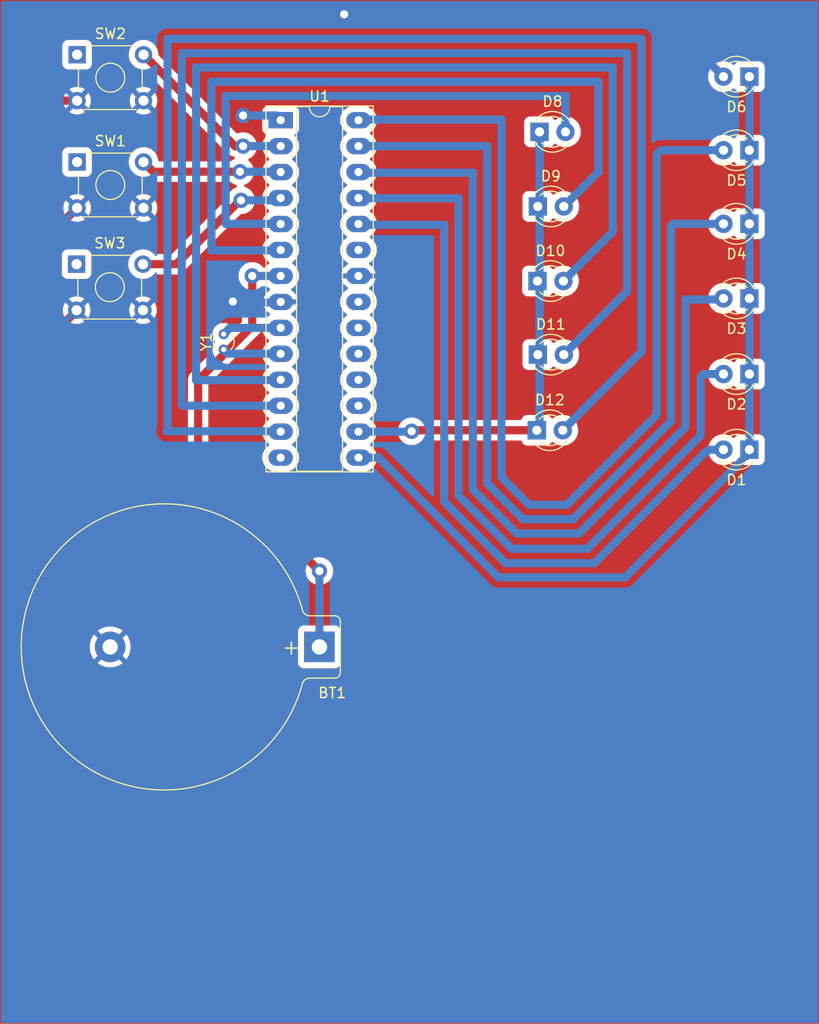
<source format=kicad_pcb>
(kicad_pcb (version 20240108) (generator "pcbnew") (generator_version "8.0")
  (layers (0 "F.Cu" signal) (31 "B.Cu" signal) (34 "B.Paste" user) (35 "F.Paste" user) (36 "B.SilkS" user "B.Silkscreen") (37 "F.SilkS" user "F.Silkscreen") (38 "B.Mask" user) (39 "F.Mask" user) (44 "Edge.Cuts" user))
  (net 0 "")
  (net 1 "Net-(D1-A)")
  (net 2 "GND")
  (net 3 "Net-(D2-A)")
  (net 4 "Net-(D3-A)")
  (net 5 "Net-(D4-A)")
  (net 6 "Net-(D5-A)")
  (net 7 "Net-(D6-A)")
  (net 8 "Net-(D1-K)")
  (net 9 "Net-(D8-A)")
  (net 10 "Net-(D9-A)")
  (net 11 "Net-(D10-A)")
  (net 12 "Net-(D11-A)")
  (net 13 "Net-(D12-A)")
  (net 14 "Net-(D10-K)")
  (net 15 "Net-(U1-PD2)")
  (net 19 "Net-(U1-XTAL1{slash}PB6)")
  (net 21 "Net-(BT1-+)")
  (net 22 "Net-(U1-PD0)")
  (net 25 "Net-(U1-PD1)")
  (net 27 "Net-(U1-XTAL2{slash}PB7)")
  (footprint "Button_Switch_THT:SW_TH_Tactile_Omron_B3F-10xx" (layer "F.Cu") (at 105.45 54.25)
    (property "Reference" "SW1" (at 3.25 -2.05 0) (layer "F.SilkS"))
    (property "Value" "SW_Push")
    (fp_line (start 0.13 3.4) (end 0.13 1.2) (stroke (width 0.12)) (layer "F.SilkS"))
    (fp_line (start 0.6 5.37) (end 5.8 5.37) (stroke (width 0.12)) (layer "F.SilkS"))
    (fp_line (start 1.2 -0.87) (end 5.6 -0.87) (stroke (width 0.12)) (layer "F.SilkS"))
    (fp_line (start 6.37 1.2) (end 6.37 3.4) (stroke (width 0.12)) (layer "F.SilkS"))
    (fp_circle (center 3.25 2.25) (end 4.25 3.25) (stroke (width 0.12)) (fill none) (layer "F.SilkS"))
    (pad "1" thru_hole rect (at 0 0) (size 1.7 1.7) (drill 1) (layers "*.Cu" "*.Mask") (net 25 "Net-(U1-PD1)"))
    (pad "1" thru_hole circle (at 6.5 0) (size 1.7 1.7) (drill 1) (layers "*.Cu" "*.Mask") (net 25 "Net-(U1-PD1)"))
    (pad "2" thru_hole circle (at 0 4.5) (size 1.7 1.7) (drill 1) (layers "*.Cu" "*.Mask") (net 2 "GND"))
    (pad "2" thru_hole circle (at 6.5 4.5) (size 1.7 1.7) (drill 1) (layers "*.Cu" "*.Mask") (net 2 "GND"))
  )
  (footprint "LED_THT:LED_D3.0mm" (layer "F.Cu") (at 171.275 75 180)
    (property "Reference" "D2" (at 1.27 -2.96 0) (layer "F.SilkS"))
    (property "Value" "LED")
    (fp_line (start -0.29 1.08) (end -0.29 1.236) (stroke (width 0.12)) (layer "F.SilkS"))
    (fp_line (start -0.29 -1.236) (end -0.29 -1.08) (stroke (width 0.12)) (layer "F.SilkS"))
    (fp_arc (start 2.942335 1.078608) (mid 1.366487 1.987659) (end -0.29 1.235516) (stroke (width 0.12)) (layer "F.SilkS"))
    (fp_arc (start 2.31113 1.079837) (mid 1.270117 1.5) (end 0.229039 1.08) (stroke (width 0.12)) (layer "F.SilkS"))
    (fp_arc (start 0.229039 -1.08) (mid 1.270117 -1.5) (end 2.31113 -1.079837) (stroke (width 0.12)) (layer "F.SilkS"))
    (fp_arc (start -0.29 -1.235516) (mid 1.366487 -1.987659) (end 2.942335 -1.078608) (stroke (width 0.12)) (layer "F.SilkS"))
    (pad "1" thru_hole rect (at 0 0 180) (size 1.8 1.8) (drill 0.9) (layers "*.Cu" "*.Mask") (net 8 "Net-(D1-K)"))
    (pad "2" thru_hole circle (at 2.54 0 180) (size 1.8 1.8) (drill 0.9) (layers "*.Cu" "*.Mask") (net 3 "Net-(D2-A)"))
  )
  (footprint "LED_THT:LED_D3.0mm" (layer "F.Cu") (at 150.725 51.3)
    (property "Reference" "D8" (at 1.27 -2.96 0) (layer "F.SilkS"))
    (property "Value" "LED")
    (fp_line (start -0.29 -1.236) (end -0.29 -1.08) (stroke (width 0.12)) (layer "F.SilkS"))
    (fp_line (start -0.29 1.08) (end -0.29 1.236) (stroke (width 0.12)) (layer "F.SilkS"))
    (fp_arc (start -0.29 -1.235516) (mid 1.366487 -1.987659) (end 2.942335 -1.078608) (stroke (width 0.12)) (layer "F.SilkS"))
    (fp_arc (start 0.229039 -1.08) (mid 1.270117 -1.5) (end 2.31113 -1.079837) (stroke (width 0.12)) (layer "F.SilkS"))
    (fp_arc (start 2.31113 1.079837) (mid 1.270117 1.5) (end 0.229039 1.08) (stroke (width 0.12)) (layer "F.SilkS"))
    (fp_arc (start 2.942335 1.078608) (mid 1.366487 1.987659) (end -0.29 1.235516) (stroke (width 0.12)) (layer "F.SilkS"))
    (pad "1" thru_hole rect (at 0 0) (size 1.8 1.8) (drill 0.9) (layers "*.Cu" "*.Mask") (net 14 "Net-(D10-K)"))
    (pad "2" thru_hole circle (at 2.54 0) (size 1.8 1.8) (drill 0.9) (layers "*.Cu" "*.Mask") (net 9 "Net-(D8-A)"))
  )
  (footprint "LED_THT:LED_D3.0mm" (layer "F.Cu") (at 171.275 53.1 180)
    (property "Reference" "D5" (at 1.27 -2.96 0) (layer "F.SilkS"))
    (property "Value" "LED")
    (fp_line (start -0.29 1.08) (end -0.29 1.236) (stroke (width 0.12)) (layer "F.SilkS"))
    (fp_line (start -0.29 -1.236) (end -0.29 -1.08) (stroke (width 0.12)) (layer "F.SilkS"))
    (fp_arc (start 2.942335 1.078608) (mid 1.366487 1.987659) (end -0.29 1.235516) (stroke (width 0.12)) (layer "F.SilkS"))
    (fp_arc (start 2.31113 1.079837) (mid 1.270117 1.5) (end 0.229039 1.08) (stroke (width 0.12)) (layer "F.SilkS"))
    (fp_arc (start 0.229039 -1.08) (mid 1.270117 -1.5) (end 2.31113 -1.079837) (stroke (width 0.12)) (layer "F.SilkS"))
    (fp_arc (start -0.29 -1.235516) (mid 1.366487 -1.987659) (end 2.942335 -1.078608) (stroke (width 0.12)) (layer "F.SilkS"))
    (pad "1" thru_hole rect (at 0 0 180) (size 1.8 1.8) (drill 0.9) (layers "*.Cu" "*.Mask") (net 8 "Net-(D1-K)"))
    (pad "2" thru_hole circle (at 2.54 0 180) (size 1.8 1.8) (drill 0.9) (layers "*.Cu" "*.Mask") (net 6 "Net-(D5-A)"))
  )
  (footprint "LED_THT:LED_D3.0mm" (layer "F.Cu") (at 171.275 67.6 180)
    (property "Reference" "D3" (at 1.27 -2.96 0) (layer "F.SilkS"))
    (property "Value" "LED")
    (fp_line (start -0.29 1.08) (end -0.29 1.236) (stroke (width 0.12)) (layer "F.SilkS"))
    (fp_line (start -0.29 -1.236) (end -0.29 -1.08) (stroke (width 0.12)) (layer "F.SilkS"))
    (fp_arc (start 2.942335 1.078608) (mid 1.366487 1.987659) (end -0.29 1.235516) (stroke (width 0.12)) (layer "F.SilkS"))
    (fp_arc (start 2.31113 1.079837) (mid 1.270117 1.5) (end 0.229039 1.08) (stroke (width 0.12)) (layer "F.SilkS"))
    (fp_arc (start 0.229039 -1.08) (mid 1.270117 -1.5) (end 2.31113 -1.079837) (stroke (width 0.12)) (layer "F.SilkS"))
    (fp_arc (start -0.29 -1.235516) (mid 1.366487 -1.987659) (end 2.942335 -1.078608) (stroke (width 0.12)) (layer "F.SilkS"))
    (pad "1" thru_hole rect (at 0 0 180) (size 1.8 1.8) (drill 0.9) (layers "*.Cu" "*.Mask") (net 8 "Net-(D1-K)"))
    (pad "2" thru_hole circle (at 2.54 0 180) (size 1.8 1.8) (drill 0.9) (layers "*.Cu" "*.Mask") (net 4 "Net-(D3-A)"))
  )
  (footprint "Package_DIP:CERDIP-28_W7.62mm_SideBrazed_LongPads_Socket" (layer "F.Cu") (at 125.38 50.16)
    (property "Reference" "U1" (at 3.81 -2.33 0) (layer "F.SilkS"))
    (property "Value" "ATmega48-20P")
    (fp_line (start -1.44 -1.39) (end -1.44 34.41) (stroke (width 0.12)) (layer "F.SilkS"))
    (fp_line (start -1.44 34.41) (end 9.06 34.41) (stroke (width 0.12)) (layer "F.SilkS"))
    (fp_line (start 1.56 -1.33) (end 1.56 34.35) (stroke (width 0.12)) (layer "F.SilkS"))
    (fp_line (start 1.56 34.35) (end 6.06 34.35) (stroke (width 0.12)) (layer "F.SilkS"))
    (fp_line (start 2.81 -1.33) (end 1.56 -1.33) (stroke (width 0.12)) (layer "F.SilkS"))
    (fp_line (start 6.06 -1.33) (end 4.81 -1.33) (stroke (width 0.12)) (layer "F.SilkS"))
    (fp_line (start 6.06 34.35) (end 6.06 -1.33) (stroke (width 0.12)) (layer "F.SilkS"))
    (fp_line (start 9.06 -1.39) (end -1.44 -1.39) (stroke (width 0.12)) (layer "F.SilkS"))
    (fp_line (start 9.06 34.41) (end 9.06 -1.39) (stroke (width 0.12)) (layer "F.SilkS"))
    (fp_arc (start 4.81 -1.33) (mid 3.81 -0.33) (end 2.81 -1.33) (stroke (width 0.12)) (layer "F.SilkS"))
    (pad "1" thru_hole rect (at 0 0) (size 2.4 1.6) (drill 0.8) (layers "*.Cu" "*.Mask") (net 7 "Net-(D6-A)"))
    (pad "2" thru_hole oval (at 0 2.54) (size 2.4 1.6) (drill 0.8) (layers "*.Cu" "*.Mask") (net 22 "Net-(U1-PD0)"))
    (pad "3" thru_hole oval (at 0 5.08) (size 2.4 1.6) (drill 0.8) (layers "*.Cu" "*.Mask") (net 25 "Net-(U1-PD1)"))
    (pad "4" thru_hole oval (at 0 7.62) (size 2.4 1.6) (drill 0.8) (layers "*.Cu" "*.Mask") (net 15 "Net-(U1-PD2)"))
    (pad "5" thru_hole oval (at 0 10.16) (size 2.4 1.6) (drill 0.8) (layers "*.Cu" "*.Mask") (net 9 "Net-(D8-A)"))
    (pad "6" thru_hole oval (at 0 12.7) (size 2.4 1.6) (drill 0.8) (layers "*.Cu" "*.Mask") (net 10 "Net-(D9-A)"))
    (pad "7" thru_hole oval (at 0 15.24) (size 2.4 1.6) (drill 0.8) (layers "*.Cu" "*.Mask") (net 21 "Net-(BT1-+)"))
    (pad "8" thru_hole oval (at 0 17.78) (size 2.4 1.6) (drill 0.8) (layers "*.Cu" "*.Mask") (net 2 "GND"))
    (pad "9" thru_hole oval (at 0 20.32) (size 2.4 1.6) (drill 0.8) (layers "*.Cu" "*.Mask") (net 19 "Net-(U1-XTAL1{slash}PB6)"))
    (pad "10" thru_hole oval (at 0 22.86) (size 2.4 1.6) (drill 0.8) (layers "*.Cu" "*.Mask") (net 27 "Net-(U1-XTAL2{slash}PB7)"))
    (pad "11" thru_hole oval (at 0 25.4) (size 2.4 1.6) (drill 0.8) (layers "*.Cu" "*.Mask") (net 11 "Net-(D10-A)"))
    (pad "12" thru_hole oval (at 0 27.94) (size 2.4 1.6) (drill 0.8) (layers "*.Cu" "*.Mask") (net 12 "Net-(D11-A)"))
    (pad "13" thru_hole oval (at 0 30.48) (size 2.4 1.6) (drill 0.8) (layers "*.Cu" "*.Mask") (net 13 "Net-(D12-A)"))
    (pad "14" thru_hole oval (at 0 33.02) (size 2.4 1.6) (drill 0.8) (layers "*.Cu" "*.Mask"))
    (pad "15" thru_hole oval (at 7.62 33.02) (size 2.4 1.6) (drill 0.8) (layers "*.Cu" "*.Mask") (net 8 "Net-(D1-K)"))
    (pad "16" thru_hole oval (at 7.62 30.48) (size 2.4 1.6) (drill 0.8) (layers "*.Cu" "*.Mask") (net 14 "Net-(D10-K)"))
    (pad "17" thru_hole oval (at 7.62 27.94) (size 2.4 1.6) (drill 0.8) (layers "*.Cu" "*.Mask"))
    (pad "18" thru_hole oval (at 7.62 25.4) (size 2.4 1.6) (drill 0.8) (layers "*.Cu" "*.Mask"))
    (pad "19" thru_hole oval (at 7.62 22.86) (size 2.4 1.6) (drill 0.8) (layers "*.Cu" "*.Mask"))
    (pad "20" thru_hole oval (at 7.62 20.32) (size 2.4 1.6) (drill 0.8) (layers "*.Cu" "*.Mask"))
    (pad "21" thru_hole oval (at 7.62 17.78) (size 2.4 1.6) (drill 0.8) (layers "*.Cu" "*.Mask"))
    (pad "22" thru_hole oval (at 7.62 15.24) (size 2.4 1.6) (drill 0.8) (layers "*.Cu" "*.Mask") (net 2 "GND"))
    (pad "23" thru_hole oval (at 7.62 12.7) (size 2.4 1.6) (drill 0.8) (layers "*.Cu" "*.Mask"))
    (pad "24" thru_hole oval (at 7.62 10.16) (size 2.4 1.6) (drill 0.8) (layers "*.Cu" "*.Mask") (net 1 "Net-(D1-A)"))
    (pad "25" thru_hole oval (at 7.62 7.62) (size 2.4 1.6) (drill 0.8) (layers "*.Cu" "*.Mask") (net 3 "Net-(D2-A)"))
    (pad "26" thru_hole oval (at 7.62 5.08) (size 2.4 1.6) (drill 0.8) (layers "*.Cu" "*.Mask") (net 4 "Net-(D3-A)"))
    (pad "27" thru_hole oval (at 7.62 2.54) (size 2.4 1.6) (drill 0.8) (layers "*.Cu" "*.Mask") (net 5 "Net-(D4-A)"))
    (pad "28" thru_hole oval (at 7.62 0) (size 2.4 1.6) (drill 0.8) (layers "*.Cu" "*.Mask") (net 6 "Net-(D5-A)"))
  )
  (footprint "LED_THT:LED_D3.0mm" (layer "F.Cu") (at 150.56 58.6)
    (property "Reference" "D9" (at 1.27 -2.96 0) (layer "F.SilkS"))
    (property "Value" "LED")
    (fp_line (start -0.29 -1.236) (end -0.29 -1.08) (stroke (width 0.12)) (layer "F.SilkS"))
    (fp_line (start -0.29 1.08) (end -0.29 1.236) (stroke (width 0.12)) (layer "F.SilkS"))
    (fp_arc (start -0.29 -1.235516) (mid 1.366487 -1.987659) (end 2.942335 -1.078608) (stroke (width 0.12)) (layer "F.SilkS"))
    (fp_arc (start 0.229039 -1.08) (mid 1.270117 -1.5) (end 2.31113 -1.079837) (stroke (width 0.12)) (layer "F.SilkS"))
    (fp_arc (start 2.31113 1.079837) (mid 1.270117 1.5) (end 0.229039 1.08) (stroke (width 0.12)) (layer "F.SilkS"))
    (fp_arc (start 2.942335 1.078608) (mid 1.366487 1.987659) (end -0.29 1.235516) (stroke (width 0.12)) (layer "F.SilkS"))
    (pad "1" thru_hole rect (at 0 0) (size 1.8 1.8) (drill 0.9) (layers "*.Cu" "*.Mask") (net 14 "Net-(D10-K)"))
    (pad "2" thru_hole circle (at 2.54 0) (size 1.8 1.8) (drill 0.9) (layers "*.Cu" "*.Mask") (net 10 "Net-(D9-A)"))
  )
  (footprint "LED_THT:LED_D3.0mm" (layer "F.Cu") (at 150.525 65.9)
    (property "Reference" "D10" (at 1.27 -2.96 0) (layer "F.SilkS"))
    (property "Value" "LED")
    (fp_line (start -0.29 -1.236) (end -0.29 -1.08) (stroke (width 0.12)) (layer "F.SilkS"))
    (fp_line (start -0.29 1.08) (end -0.29 1.236) (stroke (width 0.12)) (layer "F.SilkS"))
    (fp_arc (start -0.29 -1.235516) (mid 1.366487 -1.987659) (end 2.942335 -1.078608) (stroke (width 0.12)) (layer "F.SilkS"))
    (fp_arc (start 0.229039 -1.08) (mid 1.270117 -1.5) (end 2.31113 -1.079837) (stroke (width 0.12)) (layer "F.SilkS"))
    (fp_arc (start 2.31113 1.079837) (mid 1.270117 1.5) (end 0.229039 1.08) (stroke (width 0.12)) (layer "F.SilkS"))
    (fp_arc (start 2.942335 1.078608) (mid 1.366487 1.987659) (end -0.29 1.235516) (stroke (width 0.12)) (layer "F.SilkS"))
    (pad "1" thru_hole rect (at 0 0) (size 1.8 1.8) (drill 0.9) (layers "*.Cu" "*.Mask") (net 14 "Net-(D10-K)"))
    (pad "2" thru_hole circle (at 2.54 0) (size 1.8 1.8) (drill 0.9) (layers "*.Cu" "*.Mask") (net 11 "Net-(D10-A)"))
  )
  (footprint "LED_THT:LED_D3.0mm" (layer "F.Cu") (at 171.275 60.3 180)
    (property "Reference" "D4" (at 1.27 -2.96 0) (layer "F.SilkS"))
    (property "Value" "LED")
    (fp_line (start -0.29 1.08) (end -0.29 1.236) (stroke (width 0.12)) (layer "F.SilkS"))
    (fp_line (start -0.29 -1.236) (end -0.29 -1.08) (stroke (width 0.12)) (layer "F.SilkS"))
    (fp_arc (start 2.942335 1.078608) (mid 1.366487 1.987659) (end -0.29 1.235516) (stroke (width 0.12)) (layer "F.SilkS"))
    (fp_arc (start 2.31113 1.079837) (mid 1.270117 1.5) (end 0.229039 1.08) (stroke (width 0.12)) (layer "F.SilkS"))
    (fp_arc (start 0.229039 -1.08) (mid 1.270117 -1.5) (end 2.31113 -1.079837) (stroke (width 0.12)) (layer "F.SilkS"))
    (fp_arc (start -0.29 -1.235516) (mid 1.366487 -1.987659) (end 2.942335 -1.078608) (stroke (width 0.12)) (layer "F.SilkS"))
    (pad "1" thru_hole rect (at 0 0 180) (size 1.8 1.8) (drill 0.9) (layers "*.Cu" "*.Mask") (net 8 "Net-(D1-K)"))
    (pad "2" thru_hole circle (at 2.54 0 180) (size 1.8 1.8) (drill 0.9) (layers "*.Cu" "*.Mask") (net 5 "Net-(D4-A)"))
  )
  (footprint "Button_Switch_THT:SW_TH_Tactile_Omron_B3F-10xx" (layer "F.Cu") (at 105.4 64.25)
    (property "Reference" "SW3" (at 3.25 -2.05 0) (layer "F.SilkS"))
    (property "Value" "SW_Push")
    (fp_line (start 0.13 3.4) (end 0.13 1.2) (stroke (width 0.12)) (layer "F.SilkS"))
    (fp_line (start 0.6 5.37) (end 5.8 5.37) (stroke (width 0.12)) (layer "F.SilkS"))
    (fp_line (start 1.2 -0.87) (end 5.6 -0.87) (stroke (width 0.12)) (layer "F.SilkS"))
    (fp_line (start 6.37 1.2) (end 6.37 3.4) (stroke (width 0.12)) (layer "F.SilkS"))
    (fp_circle (center 3.25 2.25) (end 4.25 3.25) (stroke (width 0.12)) (fill none) (layer "F.SilkS"))
    (pad "1" thru_hole rect (at 0 0) (size 1.7 1.7) (drill 1) (layers "*.Cu" "*.Mask") (net 15 "Net-(U1-PD2)"))
    (pad "1" thru_hole circle (at 6.5 0) (size 1.7 1.7) (drill 1) (layers "*.Cu" "*.Mask") (net 15 "Net-(U1-PD2)"))
    (pad "2" thru_hole circle (at 0 4.5) (size 1.7 1.7) (drill 1) (layers "*.Cu" "*.Mask") (net 2 "GND"))
    (pad "2" thru_hole circle (at 6.5 4.5) (size 1.7 1.7) (drill 1) (layers "*.Cu" "*.Mask") (net 2 "GND"))
  )
  (footprint "LED_THT:LED_D3.0mm" (layer "F.Cu") (at 150.56 73.1)
    (property "Reference" "D11" (at 1.27 -2.96 0) (layer "F.SilkS"))
    (property "Value" "LED")
    (fp_line (start -0.29 -1.236) (end -0.29 -1.08) (stroke (width 0.12)) (layer "F.SilkS"))
    (fp_line (start -0.29 1.08) (end -0.29 1.236) (stroke (width 0.12)) (layer "F.SilkS"))
    (fp_arc (start -0.29 -1.235516) (mid 1.366487 -1.987659) (end 2.942335 -1.078608) (stroke (width 0.12)) (layer "F.SilkS"))
    (fp_arc (start 0.229039 -1.08) (mid 1.270117 -1.5) (end 2.31113 -1.079837) (stroke (width 0.12)) (layer "F.SilkS"))
    (fp_arc (start 2.31113 1.079837) (mid 1.270117 1.5) (end 0.229039 1.08) (stroke (width 0.12)) (layer "F.SilkS"))
    (fp_arc (start 2.942335 1.078608) (mid 1.366487 1.987659) (end -0.29 1.235516) (stroke (width 0.12)) (layer "F.SilkS"))
    (pad "1" thru_hole rect (at 0 0) (size 1.8 1.8) (drill 0.9) (layers "*.Cu" "*.Mask") (net 14 "Net-(D10-K)"))
    (pad "2" thru_hole circle (at 2.54 0) (size 1.8 1.8) (drill 0.9) (layers "*.Cu" "*.Mask") (net 12 "Net-(D11-A)"))
  )
  (footprint "LED_THT:LED_D3.0mm" (layer "F.Cu") (at 171.275 45.9 180)
    (property "Reference" "D6" (at 1.27 -2.96 0) (layer "F.SilkS"))
    (property "Value" "LED")
    (fp_line (start -0.29 1.08) (end -0.29 1.236) (stroke (width 0.12)) (layer "F.SilkS"))
    (fp_line (start -0.29 -1.236) (end -0.29 -1.08) (stroke (width 0.12)) (layer "F.SilkS"))
    (fp_arc (start 2.942335 1.078608) (mid 1.366487 1.987659) (end -0.29 1.235516) (stroke (width 0.12)) (layer "F.SilkS"))
    (fp_arc (start 2.31113 1.079837) (mid 1.270117 1.5) (end 0.229039 1.08) (stroke (width 0.12)) (layer "F.SilkS"))
    (fp_arc (start 0.229039 -1.08) (mid 1.270117 -1.5) (end 2.31113 -1.079837) (stroke (width 0.12)) (layer "F.SilkS"))
    (fp_arc (start -0.29 -1.235516) (mid 1.366487 -1.987659) (end 2.942335 -1.078608) (stroke (width 0.12)) (layer "F.SilkS"))
    (pad "1" thru_hole rect (at 0 0 180) (size 1.8 1.8) (drill 0.9) (layers "*.Cu" "*.Mask") (net 8 "Net-(D1-K)"))
    (pad "2" thru_hole circle (at 2.54 0 180) (size 1.8 1.8) (drill 0.9) (layers "*.Cu" "*.Mask") (net 7 "Net-(D6-A)"))
  )
  (footprint "Battery:BatteryHolder_Keystone_106_1x20mm" (layer "F.Cu") (at 129.175001 101.700001 180)
    (property "Reference" "BT1" (at -1.25 -4.5 0) (layer "F.SilkS"))
    (property "Value" "Battery_Cell")
    (fp_line (start 0.95 -3.05) (end -1.5 -3.05) (stroke (width 0.12)) (layer "F.SilkS"))
    (fp_line (start -1.5 3.05) (end 0.95 3.05) (stroke (width 0.12)) (layer "F.SilkS"))
    (fp_line (start -2.05 -2.5) (end -2.05 2.5) (stroke (width 0.12)) (layer "F.SilkS"))
    (fp_arc (start 29.2 0) (mid 16.974433 13.886954) (end 1.65 3.52) (stroke (width 0.12)) (layer "F.SilkS"))
    (fp_arc (start 1.65 -3.52) (mid 16.974433 -13.886953) (end 29.2 0) (stroke (width 0.12)) (layer "F.SilkS"))
    (fp_arc (start 1.65 -3.52) (mid 1.371574 -3.178401) (end 0.95 -3.05) (stroke (width 0.12)) (layer "F.SilkS"))
    (fp_arc (start 0.95 3.05) (mid 1.371573 3.1784) (end 1.65 3.52) (stroke (width 0.12)) (layer "F.SilkS"))
    (fp_arc (start -1.5 3.05) (mid -1.888909 2.888909) (end -2.05 2.5) (stroke (width 0.12)) (layer "F.SilkS"))
    (fp_arc (start -2.05 -2.5) (mid -1.888909 -2.888909) (end -1.5 -3.05) (stroke (width 0.12)) (layer "F.SilkS"))
    (fp_text user "+" (at 2.75 0 0) (layer "F.SilkS") (effects (font (size 1.5 1.5))))
    (pad "1" thru_hole rect (at 0 0 180) (size 3 3) (drill 1.5) (layers "*.Cu" "*.Mask") (net 21 "Net-(BT1-+)"))
    (pad "2" thru_hole circle (at 20.49 0 180) (size 3 3) (drill 1.5) (layers "*.Cu" "*.Mask") (net 2 "GND"))
  )
  (footprint "LED_THT:LED_D3.0mm" (layer "F.Cu") (at 171.275 82.4 180)
    (property "Reference" "D1" (at 1.27 -2.96 0) (layer "F.SilkS"))
    (property "Value" "LED")
    (fp_line (start -0.29 1.08) (end -0.29 1.236) (stroke (width 0.12)) (layer "F.SilkS"))
    (fp_line (start -0.29 -1.236) (end -0.29 -1.08) (stroke (width 0.12)) (layer "F.SilkS"))
    (fp_arc (start 2.942335 1.078608) (mid 1.366487 1.987659) (end -0.29 1.235516) (stroke (width 0.12)) (layer "F.SilkS"))
    (fp_arc (start 2.31113 1.079837) (mid 1.270117 1.5) (end 0.229039 1.08) (stroke (width 0.12)) (layer "F.SilkS"))
    (fp_arc (start 0.229039 -1.08) (mid 1.270117 -1.5) (end 2.31113 -1.079837) (stroke (width 0.12)) (layer "F.SilkS"))
    (fp_arc (start -0.29 -1.235516) (mid 1.366487 -1.987659) (end 2.942335 -1.078608) (stroke (width 0.12)) (layer "F.SilkS"))
    (pad "1" thru_hole rect (at 0 0 180) (size 1.8 1.8) (drill 0.9) (layers "*.Cu" "*.Mask") (net 8 "Net-(D1-K)"))
    (pad "2" thru_hole circle (at 2.54 0 180) (size 1.8 1.8) (drill 0.9) (layers "*.Cu" "*.Mask") (net 1 "Net-(D1-A)"))
  )
  (footprint "LED_THT:LED_D3.0mm" (layer "F.Cu") (at 150.46 80.5)
    (property "Reference" "D12" (at 1.27 -2.96 0) (layer "F.SilkS"))
    (property "Value" "LED")
    (fp_line (start -0.29 -1.236) (end -0.29 -1.08) (stroke (width 0.12)) (layer "F.SilkS"))
    (fp_line (start -0.29 1.08) (end -0.29 1.236) (stroke (width 0.12)) (layer "F.SilkS"))
    (fp_arc (start -0.29 -1.235516) (mid 1.366487 -1.987659) (end 2.942335 -1.078608) (stroke (width 0.12)) (layer "F.SilkS"))
    (fp_arc (start 0.229039 -1.08) (mid 1.270117 -1.5) (end 2.31113 -1.079837) (stroke (width 0.12)) (layer "F.SilkS"))
    (fp_arc (start 2.31113 1.079837) (mid 1.270117 1.5) (end 0.229039 1.08) (stroke (width 0.12)) (layer "F.SilkS"))
    (fp_arc (start 2.942335 1.078608) (mid 1.366487 1.987659) (end -0.29 1.235516) (stroke (width 0.12)) (layer "F.SilkS"))
    (pad "1" thru_hole rect (at 0 0) (size 1.8 1.8) (drill 0.9) (layers "*.Cu" "*.Mask") (net 14 "Net-(D10-K)"))
    (pad "2" thru_hole circle (at 2.54 0) (size 1.8 1.8) (drill 0.9) (layers "*.Cu" "*.Mask") (net 13 "Net-(D12-A)"))
  )
  (footprint "Button_Switch_THT:SW_TH_Tactile_Omron_B3F-10xx" (layer "F.Cu") (at 105.45 43.75)
    (property "Reference" "SW2" (at 3.25 -2.05 0) (layer "F.SilkS"))
    (property "Value" "SW_Push")
    (fp_line (start 0.13 3.4) (end 0.13 1.2) (stroke (width 0.12)) (layer "F.SilkS"))
    (fp_line (start 0.6 5.37) (end 5.8 5.37) (stroke (width 0.12)) (layer "F.SilkS"))
    (fp_line (start 1.2 -0.87) (end 5.6 -0.87) (stroke (width 0.12)) (layer "F.SilkS"))
    (fp_line (start 6.37 1.2) (end 6.37 3.4) (stroke (width 0.12)) (layer "F.SilkS"))
    (fp_circle (center 3.25 2.25) (end 4.25 3.25) (stroke (width 0.12)) (fill none) (layer "F.SilkS"))
    (pad "1" thru_hole rect (at 0 0) (size 1.7 1.7) (drill 1) (layers "*.Cu" "*.Mask") (net 22 "Net-(U1-PD0)"))
    (pad "1" thru_hole circle (at 6.5 0) (size 1.7 1.7) (drill 1) (layers "*.Cu" "*.Mask") (net 22 "Net-(U1-PD0)"))
    (pad "2" thru_hole circle (at 0 4.5) (size 1.7 1.7) (drill 1) (layers "*.Cu" "*.Mask") (net 2 "GND"))
    (pad "2" thru_hole circle (at 6.5 4.5) (size 1.7 1.7) (drill 1) (layers "*.Cu" "*.Mask") (net 2 "GND"))
  )
  (footprint "Crystal:Crystal_DS10_D1.0mm_L4.3mm_Vertical" (layer "F.Cu") (at 119.8 72.6 90)
    (property "Reference" "Y1" (at 0.75 -1.7 90) (layer "F.SilkS"))
    (property "Value" "Crystal")
    (fp_arc (start 0 -0.7) (mid 0.749553 -1.025914) (end 1.49939 -0.700653) (stroke (width 0.12)) (layer "F.SilkS"))
    (fp_arc (start 1.49939 0.700653) (mid 0.749553 1.025914) (end 0 0.7) (stroke (width 0.12)) (layer "F.SilkS"))
    (pad "1" thru_hole circle (at 0 0 90) (size 1 1) (drill 0.5) (layers "*.Cu" "*.Mask") (net 27 "Net-(U1-XTAL2{slash}PB7)"))
    (pad "2" thru_hole circle (at 1.5 0 90) (size 1 1) (drill 0.5) (layers "*.Cu" "*.Mask") (net 19 "Net-(U1-XTAL1{slash}PB6)"))
  )
  (gr_rect (start 98 38.5) (end 178 138.5) (stroke (width 0.2)) (fill none) (layer "F.Cu"))
  (segment (start 168.1 101.95) (end 168.2 101.95) (width 0.8) (layer "F.Cu") (net 0))
  (segment (start 161.6 102.75) (end 161.6 105.05) (width 0.8) (layer "F.Cu") (net 0))
  (segment (start 153.4 104.65) (end 153.5 104.75) (width 0.8) (layer "F.Cu") (net 0))
  (segment (start 170.8 102.95) (end 170.7 103.05) (width 0.8) (layer "F.Cu") (net 0))
  (segment (start 157.6 107.4) (end 156.9 108.1) (width 0.8) (layer "F.Cu") (net 0))
  (segment (start 165.7 108.6) (end 165.7 107.1) (width 0.8) (layer "F.Cu") (net 0))
  (segment (start 159.8 104.85) (end 159.8 100.95) (width 0.8) (layer "F.Cu") (net 0))
  (segment (start 168.2 103.65) (end 167.5 103.65) (width 0.8) (layer "F.Cu") (net 0))
  (segment (start 172 101.65) (end 172 102.95) (width 0.8) (layer "F.Cu") (net 0))
  (segment (start 173.2 101.05) (end 173.2 104.85) (width 0.8) (layer "F.Cu") (net 0))
  (segment (start 171.5 101.15) (end 172 101.65) (width 0.8) (layer "F.Cu") (net 0))
  (segment (start 166.5 101.95) (end 167.3 101.15) (width 0.8) (layer "F.Cu") (net 0))
  (segment (start 150.4 101.15) (end 150.4 104.95) (width 0.8) (layer "F.Cu") (net 0))
  (segment (start 168.2 103.65) (end 168.2 105.05) (width 0.8) (layer "F.Cu") (net 0))
  (segment (start 158.5 104.65) (end 158.5 100.95) (width 0.8) (layer "F.Cu") (net 0))
  (segment (start 157.2 110.9) (end 158.2 110.9) (width 0.8) (layer "F.Cu") (net 0))
  (segment (start 159 108.3) (end 158.1 107.4) (width 0.8) (layer "F.Cu") (net 0))
  (segment (start 168.2 101.95) (end 168.2 103.65) (width 0.8) (layer "F.Cu") (net 0))
  (segment (start 160.25 110.5) (end 162.55 110.5) (width 0.8) (layer "F.Cu") (net 0))
  (segment (start 161.6 105.05) (end 161.6 101.05) (width 0.8) (layer "F.Cu") (net 0))
  (segment (start 163.3 104.95) (end 163.1 104.75) (width 0.8) (layer "F.Cu") (net 0))
  (segment (start 158.2 110.9) (end 159 110.1) (width 0.8) (layer "F.Cu") (net 0))
  (segment (start 162.45 107.5) (end 162.45 108.3) (width 0.8) (layer "F.Cu") (net 0))
  (segment (start 152.5 101.15) (end 150.4 101.15) (width 0.8) (layer "F.Cu") (net 0))
  (segment (start 167.3 101.15) (end 168.1 101.95) (width 0.8) (layer "F.Cu") (net 0))
  (segment (start 173.2 104.85) (end 173.1 104.95) (width 0.8) (layer "F.Cu") (net 0))
  (segment (start 162.45 108.3) (end 160.25 110.5) (width 0.8) (layer "F.Cu") (net 0))
  (segment (start 158.4 100.85) (end 156.7 100.85) (width 0.8) (layer "F.Cu") (net 0))
  (segment (start 153.5 104.55) (end 153.4 104.65) (width 0.8) (layer "F.Cu") (net 0))
  (segment (start 153.5 104.75) (end 155.3 104.75) (width 0.8) (layer "F.Cu") (net 0))
  (segment (start 155.5 108.5) (end 153.3 110.7) (width 0.8) (layer "F.Cu") (net 0))
  (segment (start 158.1 107.4) (end 157.6 107.4) (width 0.8) (layer "F.Cu") (net 0))
  (segment (start 159 109.8) (end 159 108.3) (width 0.8) (layer "F.Cu") (net 0))
  (segment (start 156.9 108.1) (end 156.9 110.6) (width 0.8) (layer "F.Cu") (net 0))
  (segment (start 150.4 101.15) (end 148.1 101.15) (width 0.8) (layer "F.Cu") (net 0))
  (segment (start 163.1 101.05) (end 165.2 101.05) (width 0.8) (layer "F.Cu") (net 0))
  (segment (start 162.05 107.1) (end 162.45 107.5) (width 0.8) (layer "F.Cu") (net 0))
  (segment (start 159.8 100.95) (end 161.6 102.75) (width 0.8) (layer "F.Cu") (net 0))
  (segment (start 164 107.1) (end 164 108.4) (width 0.8) (layer "F.Cu") (net 0))
  (segment (start 160.25 107.1) (end 162.05 107.1) (width 0.8) (layer "F.Cu") (net 0))
  (segment (start 155.5 107.7) (end 155.5 108.5) (width 0.8) (layer "F.Cu") (net 0))
  (segment (start 155.1 107.3) (end 155.5 107.7) (width 0.8) (layer "F.Cu") (net 0))
  (segment (start 172 102.95) (end 170.8 102.95) (width 0.8) (layer "F.Cu") (net 0))
  (segment (start 164 108.4) (end 165.5 108.4) (width 0.8) (layer "F.Cu") (net 0))
  (segment (start 163.1 104.75) (end 163.1 101.05) (width 0.8) (layer "F.Cu") (net 0))
  (segment (start 169.7 101.15) (end 171.5 101.15) (width 0.8) (layer "F.Cu") (net 0))
  (segment (start 169.7 104.95) (end 169.7 101.15) (width 0.8) (layer "F.Cu") (net 0))
  (segment (start 153.3 107.3) (end 155.1 107.3) (width 0.8) (layer "F.Cu") (net 0))
  (segment (start 156.7 100.85) (end 156.7 104.65) (width 0.8) (layer "F.Cu") (net 0))
  (segment (start 166.5 105.15) (end 166.5 101.95) (width 0.8) (layer "F.Cu") (net 0))
  (segment (start 165.7 107.1) (end 165.7 110.6) (width 0.8) (layer "F.Cu") (net 0))
  (segment (start 156.9 110.6) (end 157.2 110.9) (width 0.8) (layer "F.Cu") (net 0))
  (segment (start 165.3 104.95) (end 163.3 104.95) (width 0.8) (layer "F.Cu") (net 0))
  (segment (start 165.5 108.4) (end 165.7 108.6) (width 0.8) (layer "F.Cu") (net 0))
  (segment (start 156.7 104.65) (end 158.5 104.65) (width 0.8) (layer "F.Cu") (net 0))
  (segment (start 153.3 110.7) (end 155.6 110.7) (width 0.8) (layer "F.Cu") (net 0))
  (segment (start 153.5 100.95) (end 153.5 104.55) (width 0.8) (layer "F.Cu") (net 0))
  (segment (start 172.2 104.55) (end 172.2 105.05) (width 0.8) (layer "F.Cu") (net 0))
  (segment (start 170.7 103.05) (end 172.2 104.55) (width 0.8) (layer "F.Cu") (net 0))
  (segment (start 147.4 93.5) (end 141.4 87.5) (width 0.8) (layer "B.Cu") (net 1))
  (segment (start 133.08 60.4) (end 133 60.32) (width 0.8) (layer "B.Cu") (net 1))
  (segment (start 168.735 82.4) (end 167.3 82.4) (width 0.8) (layer "B.Cu") (net 1))
  (segment (start 141.4 60.4) (end 133.08 60.4) (width 0.8) (layer "B.Cu") (net 1))
  (segment (start 167.1 82.6) (end 167 82.6) (width 0.8) (layer "B.Cu") (net 1))
  (segment (start 167.3 82.4) (end 167.1 82.6) (width 0.8) (layer "B.Cu") (net 1))
  (segment (start 167 82.6) (end 156.1 93.5) (width 0.8) (layer "B.Cu") (net 1))
  (segment (start 141.4 87.5) (end 141.4 60.4) (width 0.8) (layer "B.Cu") (net 1))
  (segment (start 156.1 93.5) (end 147.4 93.5) (width 0.8) (layer "B.Cu") (net 1))
  (segment (start 101.95 48.25) (end 101.9 48.3) (width 0.8) (layer "F.Cu") (net 2))
  (segment (start 117.1 71.5) (end 120.7 67.9) (width 0.8) (layer "F.Cu") (net 2))
  (segment (start 112.4 71.5) (end 117.1 71.5) (width 0.8) (layer "F.Cu") (net 2))
  (segment (start 101.9 48.3) (end 101.9 62.1) (width 0.8) (layer "F.Cu") (net 2))
  (segment (start 101.9 62.1) (end 101.9 70.7) (width 0.8) (layer "F.Cu") (net 2))
  (segment (start 105.45 48.25) (end 101.95 48.25) (width 0.8) (layer "F.Cu") (net 2))
  (segment (start 105.45 58.75) (end 102.1 62.1) (width 0.8) (layer "F.Cu") (net 2))
  (segment (start 105.4 68.8) (end 102.7 71.5) (width 0.8) (layer "F.Cu") (net 2))
  (segment (start 102.1 62.1) (end 101.9 62.1) (width 0.8) (layer "F.Cu") (net 2))
  (segment (start 102.7 71.5) (end 112.4 71.5) (width 0.8) (layer "F.Cu") (net 2))
  (segment (start 105.4 68.75) (end 105.4 68.8) (width 0.8) (layer "F.Cu") (net 2))
  (segment (start 101.9 70.7) (end 102.7 71.5) (width 0.8) (layer "F.Cu") (net 2))
  (via (at 120.7 67.9) (size 1.5) (drill 0.8) (layers "F.Cu" "B.Cu") (net 2))
  (segment (start 125.32 68) (end 125.38 67.94) (width 0.8) (layer "B.Cu") (net 2))
  (segment (start 120.7 68) (end 125.32 68) (width 0.8) (layer "B.Cu") (net 2))
  (segment (start 166.5 81) (end 155.4 92.1) (width 0.8) (layer "B.Cu") (net 3))
  (segment (start 148 92.1) (end 142.8 86.9) (width 0.8) (layer "B.Cu") (net 3))
  (segment (start 142.8 57.8) (end 133.02 57.8) (width 0.8) (layer "B.Cu") (net 3))
  (segment (start 166.8 75) (end 166.5 75.3) (width 0.8) (layer "B.Cu") (net 3))
  (segment (start 168.735 75) (end 166.8 75) (width 0.8) (layer "B.Cu") (net 3))
  (segment (start 133.02 57.8) (end 133 57.78) (width 0.8) (layer "B.Cu") (net 3))
  (segment (start 142.8 86.9) (end 142.8 57.8) (width 0.8) (layer "B.Cu") (net 3))
  (segment (start 166.5 75.3) (end 166.5 81) (width 0.8) (layer "B.Cu") (net 3))
  (segment (start 155.4 92.1) (end 148 92.1) (width 0.8) (layer "B.Cu") (net 3))
  (segment (start 165 80.2) (end 165 67.7) (width 0.8) (layer "B.Cu") (net 4))
  (segment (start 148.5 90.6) (end 154.6 90.6) (width 0.8) (layer "B.Cu") (net 4))
  (segment (start 165 67.7) (end 168.635 67.7) (width 0.8) (layer "B.Cu") (net 4))
  (segment (start 168.635 67.7) (end 168.735 67.6) (width 0.8) (layer "B.Cu") (net 4))
  (segment (start 154.6 90.6) (end 165 80.2) (width 0.8) (layer "B.Cu") (net 4))
  (segment (start 144.2 86.3) (end 148.5 90.6) (width 0.8) (layer "B.Cu") (net 4))
  (segment (start 144.2 55.3) (end 144.2 86.3) (width 0.8) (layer "B.Cu") (net 4))
  (segment (start 133.06 55.3) (end 144.2 55.3) (width 0.8) (layer "B.Cu") (net 4))
  (segment (start 133 55.24) (end 133.06 55.3) (width 0.8) (layer "B.Cu") (net 4))
  (segment (start 168.735 60.3) (end 163.8 60.3) (width 0.8) (layer "B.Cu") (net 5))
  (segment (start 145.6 85.7) (end 145.6 52.7) (width 0.8) (layer "B.Cu") (net 5))
  (segment (start 145.6 52.7) (end 133 52.7) (width 0.8) (layer "B.Cu") (net 5))
  (segment (start 163.8 60.3) (end 163.6 60.5) (width 0.8) (layer "B.Cu") (net 5))
  (segment (start 149.1 89.2) (end 145.6 85.7) (width 0.8) (layer "B.Cu") (net 5))
  (segment (start 163.6 79.6) (end 154 89.2) (width 0.8) (layer "B.Cu") (net 5))
  (segment (start 163.6 60.5) (end 163.6 79.6) (width 0.8) (layer "B.Cu") (net 5))
  (segment (start 154 89.2) (end 149.1 89.2) (width 0.8) (layer "B.Cu") (net 5))
  (segment (start 162.2 53.5) (end 162.2 79) (width 0.8) (layer "B.Cu") (net 6))
  (segment (start 153.4 87.8) (end 149.7 87.8) (width 0.8) (layer "B.Cu") (net 6))
  (segment (start 147 85.1) (end 147 50.1) (width 0.8) (layer "B.Cu") (net 6))
  (segment (start 162.2 79) (end 153.4 87.8) (width 0.8) (layer "B.Cu") (net 6))
  (segment (start 162.6 53.1) (end 162.2 53.5) (width 0.8) (layer "B.Cu") (net 6))
  (segment (start 133.06 50.1) (end 133 50.16) (width 0.8) (layer "B.Cu") (net 6))
  (segment (start 149.7 87.8) (end 147 85.1) (width 0.8) (layer "B.Cu") (net 6))
  (segment (start 147 50.1) (end 133.06 50.1) (width 0.8) (layer "B.Cu") (net 6))
  (segment (start 168.735 53.1) (end 162.6 53.1) (width 0.8) (layer "B.Cu") (net 6))
  (segment (start 131.6 39.8) (end 129.7 39.8) (width 0.8) (layer "F.Cu") (net 7))
  (segment (start 121.7 47.8) (end 121.7 49.7) (width 0.8) (layer "F.Cu") (net 7))
  (segment (start 129.7 39.8) (end 121.7 47.8) (width 0.8) (layer "F.Cu") (net 7))
  (via (at 131.6 39.8) (size 1.5) (drill 0.8) (layers "F.Cu" "B.Cu") (net 7))
  (via (at 121.7 49.7) (size 1.5) (drill 0.8) (layers "F.Cu" "B.Cu") (net 7))
  (segment (start 124.92 49.7) (end 125.38 50.16) (width 0.8) (layer "B.Cu") (net 7))
  (segment (start 121.7 49.7) (end 124.92 49.7) (width 0.8) (layer "B.Cu") (net 7))
  (segment (start 162.635 39.8) (end 131.6 39.8) (width 0.8) (layer "B.Cu") (net 7))
  (segment (start 168.735 45.9) (end 162.635 39.8) (width 0.8) (layer "B.Cu") (net 7))
  (segment (start 171.275 82.4) (end 171.275 82.725) (width 0.8) (layer "B.Cu") (net 8))
  (segment (start 146.7 94.9) (end 134.98 83.18) (width 0.8) (layer "B.Cu") (net 8))
  (segment (start 171.275 45.9) (end 171.275 82.4) (width 0.8) (layer "B.Cu") (net 8))
  (segment (start 159.1 94.9) (end 146.7 94.9) (width 0.8) (layer "B.Cu") (net 8))
  (segment (start 171.275 82.725) (end 159.1 94.9) (width 0.8) (layer "B.Cu") (net 8))
  (segment (start 134.98 83.18) (end 133 83.18) (width 0.8) (layer "B.Cu") (net 8))
  (segment (start 125.36 60.3) (end 125.38 60.32) (width 0.8) (layer "B.Cu") (net 9))
  (segment (start 120 47.8) (end 120 60.3) (width 0.8) (layer "B.Cu") (net 9))
  (segment (start 153.265 51.3) (end 153.265 47.835) (width 0.8) (layer "B.Cu") (net 9))
  (segment (start 153.265 47.835) (end 153.3 47.8) (width 0.8) (layer "B.Cu") (net 9))
  (segment (start 120 60.3) (end 125.36 60.3) (width 0.8) (layer "B.Cu") (net 9))
  (segment (start 153.3 47.8) (end 120 47.8) (width 0.8) (layer "B.Cu") (net 9))
  (segment (start 125.34 62.9) (end 125.38 62.86) (width 0.8) (layer "B.Cu") (net 10))
  (segment (start 118.6 62.9) (end 125.34 62.9) (width 0.8) (layer "B.Cu") (net 10))
  (segment (start 156.5 46.4) (end 118.6 46.4) (width 0.8) (layer "B.Cu") (net 10))
  (segment (start 156.5 55.2) (end 156.5 46.4) (width 0.8) (layer "B.Cu") (net 10))
  (segment (start 118.6 46.4) (end 118.6 62.9) (width 0.8) (layer "B.Cu") (net 10))
  (segment (start 153.1 58.6) (end 156.5 55.2) (width 0.8) (layer "B.Cu") (net 10))
  (segment (start 125.34 75.6) (end 125.38 75.56) (width 0.8) (layer "B.Cu") (net 11))
  (segment (start 117.1 45) (end 117.1 75.6) (width 0.8) (layer "B.Cu") (net 11))
  (segment (start 157.9 45) (end 117.1 45) (width 0.8) (layer "B.Cu") (net 11))
  (segment (start 153.065 65.9) (end 157.9 61.065) (width 0.8) (layer "B.Cu") (net 11))
  (segment (start 117.1 75.6) (end 125.34 75.6) (width 0.8) (layer "B.Cu") (net 11))
  (segment (start 157.9 61.065) (end 157.9 45) (width 0.8) (layer "B.Cu") (net 11))
  (segment (start 115.7 78) (end 115.7 43.6) (width 0.8) (layer "B.Cu") (net 12))
  (segment (start 125.38 78.1) (end 115.8 78.1) (width 0.8) (layer "B.Cu") (net 12))
  (segment (start 159.3 66.9) (end 153.1 73.1) (width 0.8) (layer "B.Cu") (net 12))
  (segment (start 115.8 78.1) (end 115.7 78) (width 0.8) (layer "B.Cu") (net 12))
  (segment (start 159.3 43.6) (end 159.3 66.9) (width 0.8) (layer "B.Cu") (net 12))
  (segment (start 115.7 43.6) (end 159.3 43.6) (width 0.8) (layer "B.Cu") (net 12))
  (segment (start 114.3 80.5) (end 114.2 80.6) (width 0.8) (layer "B.Cu") (net 13))
  (segment (start 153 80.5) (end 160.7 72.8) (width 0.8) (layer "B.Cu") (net 13))
  (segment (start 114.2 80.6) (end 125.34 80.6) (width 0.8) (layer "B.Cu") (net 13))
  (segment (start 125.34 80.6) (end 125.38 80.64) (width 0.8) (layer "B.Cu") (net 13))
  (segment (start 160.7 42.2) (end 114.3 42.2) (width 0.8) (layer "B.Cu") (net 13))
  (segment (start 114.3 42.2) (end 114.3 80.5) (width 0.8) (layer "B.Cu") (net 13))
  (segment (start 160.7 72.8) (end 160.7 42.2) (width 0.8) (layer "B.Cu") (net 13))
  (segment (start 138.3 80.5) (end 138.2 80.6) (width 0.8) (layer "F.Cu") (net 14))
  (segment (start 150.46 80.5) (end 138.3 80.5) (width 0.8) (layer "F.Cu") (net 14))
  (via (at 138.2 80.6) (size 1.5) (drill 0.8) (layers "F.Cu" "B.Cu") (net 14))
  (segment (start 150.725 80.235) (end 150.48 80.48) (width 0.8) (layer "B.Cu") (net 14))
  (segment (start 150.48 80.48) (end 150.46 80.5) (width 0.8) (layer "B.Cu") (net 14))
  (segment (start 138.16 80.64) (end 133 80.64) (width 0.8) (layer "B.Cu") (net 14))
  (segment (start 150.725 51.3) (end 150.725 80.235) (width 0.8) (layer "B.Cu") (net 14))
  (segment (start 138.2 80.6) (end 138.16 80.64) (width 0.8) (layer "B.Cu") (net 14))
  (segment (start 115.15 64.25) (end 121.5 57.9) (width 0.8) (layer "F.Cu") (net 15))
  (segment (start 111.9 64.25) (end 115.15 64.25) (width 0.8) (layer "F.Cu") (net 15))
  (via (at 121.5 58) (size 1.5) (drill 0.8) (layers "F.Cu" "B.Cu") (net 15))
  (segment (start 121.5 58) (end 125.16 58) (width 0.8) (layer "B.Cu") (net 15))
  (segment (start 125.16 58) (end 125.38 57.78) (width 0.8) (layer "B.Cu") (net 15))
  (segment (start 125.38 70.48) (end 120.42 70.48) (width 0.8) (layer "B.Cu") (net 19))
  (segment (start 120.42 70.48) (end 119.8 71.1) (width 0.8) (layer "B.Cu") (net 19))
  (segment (start 129.175001 94.275001) (end 117.3 82.4) (width 0.8) (layer "F.Cu") (net 21))
  (segment (start 117.3 75.6) (end 122.6 70.3) (width 0.8) (layer "F.Cu") (net 21))
  (segment (start 117.3 82.4) (end 117.3 75.6) (width 0.8) (layer "F.Cu") (net 21))
  (segment (start 122.6 70.3) (end 122.6 65.4) (width 0.8) (layer "F.Cu") (net 21))
  (via (at 122.6 65.4) (size 1.5) (drill 0.8) (layers "F.Cu" "B.Cu") (net 21))
  (via (at 129.175001 94.275001) (size 1.5) (drill 0.8) (layers "F.Cu" "B.Cu") (net 21))
  (segment (start 119.8 72.6) (end 120.2 73) (width 0.8) (layer "B.Cu") (net 21))
  (segment (start 122.6 65.4) (end 125.38 65.4) (width 0.8) (layer "B.Cu") (net 21))
  (segment (start 125.36 73) (end 125.38 73.02) (width 0.8) (layer "B.Cu") (net 21))
  (segment (start 129.175001 94.275001) (end 129.175001 101.700001) (width 0.8) (layer "B.Cu") (net 21))
  (segment (start 120.2 73) (end 125.36 73) (width 0.8) (layer "B.Cu") (net 21))
  (segment (start 111.95 43.75) (end 120.9 52.7) (width 0.8) (layer "F.Cu") (net 22))
  (segment (start 120.9 52.7) (end 121.7 52.7) (width 0.8) (layer "F.Cu") (net 22))
  (via (at 121.7 52.7) (size 1.5) (drill 0.8) (layers "F.Cu" "B.Cu") (net 22))
  (segment (start 121.7 52.7) (end 125.38 52.7) (width 0.8) (layer "B.Cu") (net 22))
  (segment (start 111.95 54.25) (end 112.9 55.2) (width 0.8) (layer "F.Cu") (net 25))
  (segment (start 112.9 55.2) (end 121.4 55.2) (width 0.8) (layer "F.Cu") (net 25))
  (via (at 121.4 55.2) (size 1.5) (drill 0.8) (layers "F.Cu" "B.Cu") (net 25))
  (segment (start 121.4 55.2) (end 125.34 55.2) (width 0.8) (layer "B.Cu") (net 25))
  (segment (start 125.34 55.2) (end 125.38 55.24) (width 0.8) (layer "B.Cu") (net 25))
  (zone (net 2) (net_name "GND") (layers "F&B.Cu") (priority 1) (connect_pads (clearance 0.5)) (min_thickness 0.25) (fill yes (thermal_gap 0.5) (thermal_bridge_width 0.5))
    (polygon (pts (xy 98 38.5) (xy 178 38.5) (xy 178 138.5) (xy 98 138.5)))
  )
)
</source>
